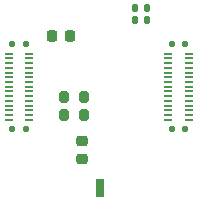
<source format=gbr>
%TF.GenerationSoftware,KiCad,Pcbnew,7.0.2*%
%TF.CreationDate,2023-09-13T14:25:54-04:00*%
%TF.ProjectId,PicoMod,5069636f-4d6f-4642-9e6b-696361645f70,rev?*%
%TF.SameCoordinates,Original*%
%TF.FileFunction,Paste,Bot*%
%TF.FilePolarity,Positive*%
%FSLAX46Y46*%
G04 Gerber Fmt 4.6, Leading zero omitted, Abs format (unit mm)*
G04 Created by KiCad (PCBNEW 7.0.2) date 2023-09-13 14:25:54*
%MOMM*%
%LPD*%
G01*
G04 APERTURE LIST*
G04 Aperture macros list*
%AMRoundRect*
0 Rectangle with rounded corners*
0 $1 Rounding radius*
0 $2 $3 $4 $5 $6 $7 $8 $9 X,Y pos of 4 corners*
0 Add a 4 corners polygon primitive as box body*
4,1,4,$2,$3,$4,$5,$6,$7,$8,$9,$2,$3,0*
0 Add four circle primitives for the rounded corners*
1,1,$1+$1,$2,$3*
1,1,$1+$1,$4,$5*
1,1,$1+$1,$6,$7*
1,1,$1+$1,$8,$9*
0 Add four rect primitives between the rounded corners*
20,1,$1+$1,$2,$3,$4,$5,0*
20,1,$1+$1,$4,$5,$6,$7,0*
20,1,$1+$1,$6,$7,$8,$9,0*
20,1,$1+$1,$8,$9,$2,$3,0*%
G04 Aperture macros list end*
%ADD10R,0.800000X1.600000*%
%ADD11RoundRect,0.200000X-0.200000X-0.275000X0.200000X-0.275000X0.200000X0.275000X-0.200000X0.275000X0*%
%ADD12RoundRect,0.135000X-0.135000X-0.185000X0.135000X-0.185000X0.135000X0.185000X-0.135000X0.185000X0*%
%ADD13RoundRect,0.057500X0.267500X-0.057500X0.267500X0.057500X-0.267500X0.057500X-0.267500X-0.057500X0*%
%ADD14RoundRect,0.112500X0.152500X-0.112500X0.152500X0.112500X-0.152500X0.112500X-0.152500X-0.112500X0*%
%ADD15RoundRect,0.225000X-0.250000X0.225000X-0.250000X-0.225000X0.250000X-0.225000X0.250000X0.225000X0*%
%ADD16RoundRect,0.225000X-0.225000X-0.250000X0.225000X-0.250000X0.225000X0.250000X-0.225000X0.250000X0*%
G04 APERTURE END LIST*
D10*
%TO.C,TP1*%
X30150000Y-38550000D03*
%TD*%
D11*
%TO.C,R6*%
X27075000Y-30900000D03*
X28725000Y-30900000D03*
%TD*%
D12*
%TO.C,R2*%
X33040000Y-23350000D03*
X34060000Y-23350000D03*
%TD*%
D13*
%TO.C,J3*%
X24125000Y-32800000D03*
X24125000Y-32400000D03*
X24125000Y-32000000D03*
X24125000Y-31600000D03*
X24125000Y-31200000D03*
X24125000Y-30800000D03*
X24125000Y-30400000D03*
X24125000Y-30000000D03*
X24125000Y-29600000D03*
X24125000Y-29200000D03*
X24125000Y-28800000D03*
X24125000Y-28400000D03*
X24125000Y-28000000D03*
X24125000Y-27600000D03*
X24125000Y-27200000D03*
X22375000Y-32800000D03*
X22375000Y-32400000D03*
X22375000Y-32000000D03*
X22375000Y-31600000D03*
X22375000Y-31200000D03*
X22375000Y-30800000D03*
X22375000Y-30400000D03*
X22375000Y-30000000D03*
X22375000Y-29600000D03*
X22375000Y-29200000D03*
X22375000Y-28800000D03*
X22375000Y-28400000D03*
X22375000Y-28000000D03*
X22375000Y-27600000D03*
X22375000Y-27200000D03*
D14*
X22685000Y-33600000D03*
X23815000Y-33600000D03*
X22685000Y-26400000D03*
X23815000Y-26400000D03*
%TD*%
D13*
%TO.C,J2*%
X37625000Y-32800000D03*
X37625000Y-32400000D03*
X37625000Y-32000000D03*
X37625000Y-31600000D03*
X37625000Y-31200000D03*
X37625000Y-30800000D03*
X37625000Y-30400000D03*
X37625000Y-30000000D03*
X37625000Y-29600000D03*
X37625000Y-29200000D03*
X37625000Y-28800000D03*
X37625000Y-28400000D03*
X37625000Y-28000000D03*
X37625000Y-27600000D03*
X37625000Y-27200000D03*
X35875000Y-32800000D03*
X35875000Y-32400000D03*
X35875000Y-32000000D03*
X35875000Y-31600000D03*
X35875000Y-31200000D03*
X35875000Y-30800000D03*
X35875000Y-30400000D03*
X35875000Y-30000000D03*
X35875000Y-29600000D03*
X35875000Y-29200000D03*
X35875000Y-28800000D03*
X35875000Y-28400000D03*
X35875000Y-28000000D03*
X35875000Y-27600000D03*
X35875000Y-27200000D03*
D14*
X36185000Y-33600000D03*
X37315000Y-33600000D03*
X36185000Y-26400000D03*
X37315000Y-26400000D03*
%TD*%
D11*
%TO.C,R7*%
X27075000Y-32400000D03*
X28725000Y-32400000D03*
%TD*%
D12*
%TO.C,R1*%
X33040000Y-24350000D03*
X34060000Y-24350000D03*
%TD*%
D15*
%TO.C,C6*%
X28600000Y-34575000D03*
X28600000Y-36125000D03*
%TD*%
D16*
%TO.C,C7*%
X26025000Y-25700000D03*
X27575000Y-25700000D03*
%TD*%
M02*

</source>
